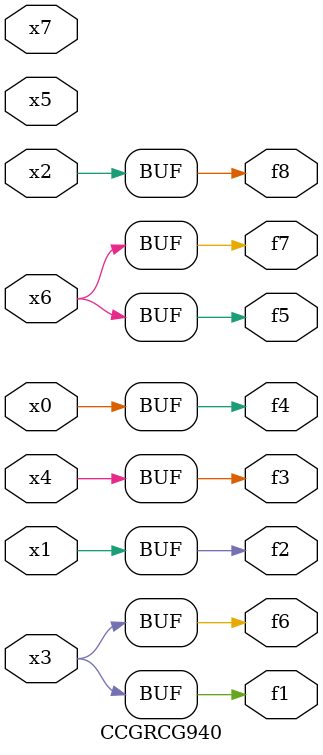
<source format=v>
module CCGRCG940(
	input x0, x1, x2, x3, x4, x5, x6, x7,
	output f1, f2, f3, f4, f5, f6, f7, f8
);
	assign f1 = x3;
	assign f2 = x1;
	assign f3 = x4;
	assign f4 = x0;
	assign f5 = x6;
	assign f6 = x3;
	assign f7 = x6;
	assign f8 = x2;
endmodule

</source>
